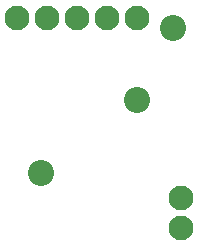
<source format=gbs>
G04*
G04 #@! TF.GenerationSoftware,Altium Limited,Altium Designer,22.9.1 (49)*
G04*
G04 Layer_Color=16711935*
%FSLAX25Y25*%
%MOIN*%
G70*
G04*
G04 #@! TF.SameCoordinates,48678A20-E73A-45B2-88C3-2CBFC3E8533A*
G04*
G04*
G04 #@! TF.FilePolarity,Negative*
G04*
G01*
G75*
%ADD26C,0.08268*%
%ADD27C,0.08674*%
D26*
X69500Y19000D02*
D03*
Y29000D02*
D03*
X15000Y89000D02*
D03*
X55000D02*
D03*
X45000D02*
D03*
X35000D02*
D03*
X25000D02*
D03*
D27*
X55000Y61500D02*
D03*
X22831Y37331D02*
D03*
X67031Y85451D02*
D03*
M02*

</source>
